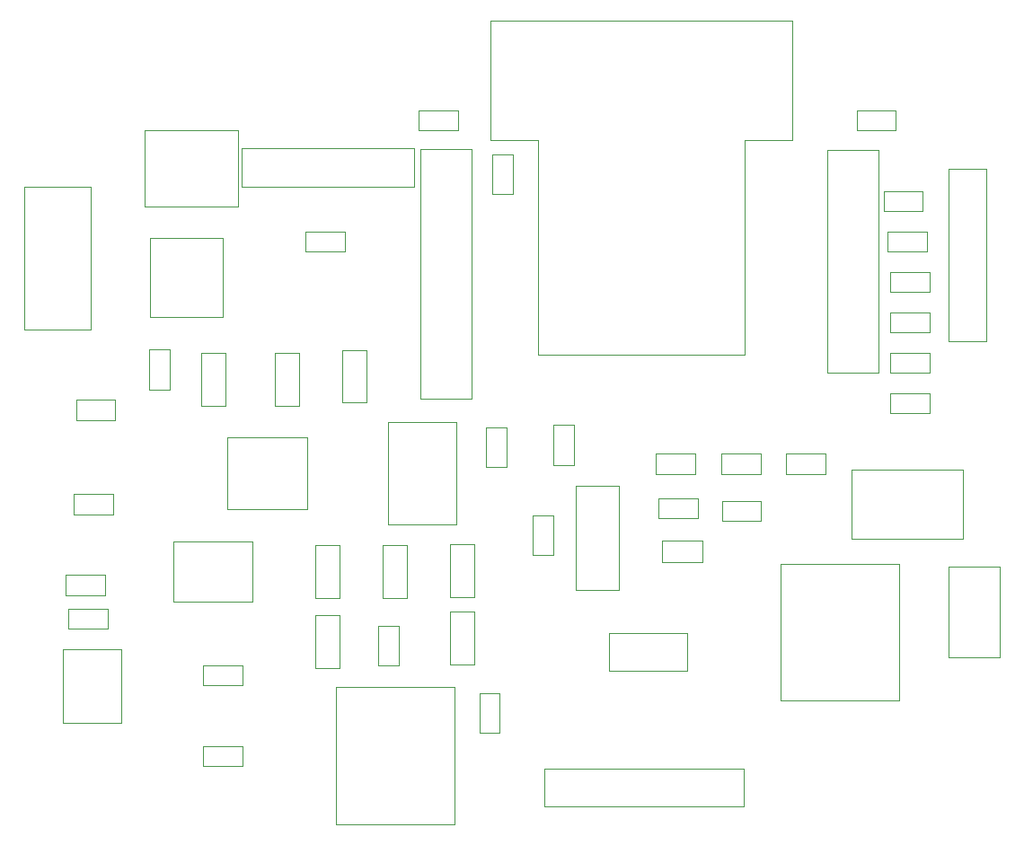
<source format=gbr>
G04 #@! TF.GenerationSoftware,KiCad,Pcbnew,(6.0.4)*
G04 #@! TF.CreationDate,2022-05-21T11:57:55-05:00*
G04 #@! TF.ProjectId,REEL,5245454c-2e6b-4696-9361-645f70636258,rev?*
G04 #@! TF.SameCoordinates,Original*
G04 #@! TF.FileFunction,Other,User*
%FSLAX46Y46*%
G04 Gerber Fmt 4.6, Leading zero omitted, Abs format (unit mm)*
G04 Created by KiCad (PCBNEW (6.0.4)) date 2022-05-21 11:57:55*
%MOMM*%
%LPD*%
G01*
G04 APERTURE LIST*
%ADD10C,0.050000*%
G04 APERTURE END LIST*
D10*
X61475000Y-87862500D02*
X59175000Y-87862500D01*
X59175000Y-82902500D02*
X61475000Y-82902500D01*
X59175000Y-87862500D02*
X59175000Y-82902500D01*
X61475000Y-82902500D02*
X61475000Y-87862500D01*
X77985000Y-105887500D02*
X75685000Y-105887500D01*
X75685000Y-100927500D02*
X77985000Y-100927500D01*
X75685000Y-105887500D02*
X75685000Y-100927500D01*
X77985000Y-100927500D02*
X77985000Y-105887500D01*
X75685000Y-107277500D02*
X77985000Y-107277500D01*
X77985000Y-112237500D02*
X75685000Y-112237500D01*
X77985000Y-107277500D02*
X77985000Y-112237500D01*
X75685000Y-112237500D02*
X75685000Y-107277500D01*
X54490000Y-87862500D02*
X52190000Y-87862500D01*
X52190000Y-82902500D02*
X54490000Y-82902500D01*
X52190000Y-87862500D02*
X52190000Y-82902500D01*
X54490000Y-82902500D02*
X54490000Y-87862500D01*
X65285000Y-105985000D02*
X62985000Y-105985000D01*
X62985000Y-101025000D02*
X65285000Y-101025000D01*
X62985000Y-105985000D02*
X62985000Y-101025000D01*
X65285000Y-101025000D02*
X65285000Y-105985000D01*
X71635000Y-105985000D02*
X69335000Y-105985000D01*
X69335000Y-101025000D02*
X71635000Y-101025000D01*
X69335000Y-105985000D02*
X69335000Y-101025000D01*
X71635000Y-101025000D02*
X71635000Y-105985000D01*
X68870000Y-112387500D02*
X68870000Y-108627500D01*
X70830000Y-112387500D02*
X68870000Y-112387500D01*
X68870000Y-108627500D02*
X70830000Y-108627500D01*
X70830000Y-108627500D02*
X70830000Y-112387500D01*
X67825000Y-87570000D02*
X65525000Y-87570000D01*
X65525000Y-82610000D02*
X67825000Y-82610000D01*
X65525000Y-87570000D02*
X65525000Y-82610000D01*
X67825000Y-82610000D02*
X67825000Y-87570000D01*
X49240000Y-82575000D02*
X49240000Y-86335000D01*
X47280000Y-82575000D02*
X49240000Y-82575000D01*
X49240000Y-86335000D02*
X47280000Y-86335000D01*
X47280000Y-86335000D02*
X47280000Y-82575000D01*
X65285000Y-112580000D02*
X62985000Y-112580000D01*
X62985000Y-107620000D02*
X65285000Y-107620000D01*
X62985000Y-112580000D02*
X62985000Y-107620000D01*
X65285000Y-107620000D02*
X65285000Y-112580000D01*
X52417500Y-112325000D02*
X56117500Y-112325000D01*
X56117500Y-114225000D02*
X52417500Y-114225000D01*
X52417500Y-114225000D02*
X52417500Y-112325000D01*
X56117500Y-112325000D02*
X56117500Y-114225000D01*
X56117500Y-121845000D02*
X52417500Y-121845000D01*
X52417500Y-119945000D02*
X56117500Y-119945000D01*
X56117500Y-119945000D02*
X56117500Y-121845000D01*
X52417500Y-121845000D02*
X52417500Y-119945000D01*
X43902500Y-98105000D02*
X40202500Y-98105000D01*
X40202500Y-96205000D02*
X43902500Y-96205000D01*
X43902500Y-96205000D02*
X43902500Y-98105000D01*
X40202500Y-98105000D02*
X40202500Y-96205000D01*
X44102500Y-89215000D02*
X40402500Y-89215000D01*
X40402500Y-87315000D02*
X44102500Y-87315000D01*
X44102500Y-87315000D02*
X44102500Y-89215000D01*
X40402500Y-89215000D02*
X40402500Y-87315000D01*
X85380000Y-93452500D02*
X85380000Y-89692500D01*
X85380000Y-89692500D02*
X87340000Y-89692500D01*
X87340000Y-93452500D02*
X85380000Y-93452500D01*
X87340000Y-89692500D02*
X87340000Y-93452500D01*
X46857600Y-69095200D02*
X55657600Y-69095200D01*
X55657600Y-69095200D02*
X55657600Y-61895200D01*
X55657600Y-61895200D02*
X46857600Y-61895200D01*
X46857600Y-61895200D02*
X46857600Y-69095200D01*
X76415000Y-61910000D02*
X72715000Y-61910000D01*
X76415000Y-60010000D02*
X76415000Y-61910000D01*
X72715000Y-61910000D02*
X72715000Y-60010000D01*
X72715000Y-60010000D02*
X76415000Y-60010000D01*
X99005000Y-96570000D02*
X99005000Y-98470000D01*
X95305000Y-96570000D02*
X99005000Y-96570000D01*
X99005000Y-98470000D02*
X95305000Y-98470000D01*
X95305000Y-98470000D02*
X95305000Y-96570000D01*
X106800000Y-102750000D02*
X106800000Y-115690000D01*
X117990000Y-115690000D02*
X117990000Y-102750000D01*
X106800000Y-102750000D02*
X117990000Y-102750000D01*
X117990000Y-115690000D02*
X106800000Y-115690000D01*
X84560000Y-122075000D02*
X103360000Y-122075000D01*
X84560000Y-125625000D02*
X84560000Y-122075000D01*
X103360000Y-122075000D02*
X103360000Y-125625000D01*
X103360000Y-125625000D02*
X84560000Y-125625000D01*
X104990000Y-96840000D02*
X104990000Y-98740000D01*
X104990000Y-98740000D02*
X101290000Y-98740000D01*
X101290000Y-96840000D02*
X104990000Y-96840000D01*
X101290000Y-98740000D02*
X101290000Y-96840000D01*
X111070000Y-92395000D02*
X111070000Y-94295000D01*
X107370000Y-94295000D02*
X107370000Y-92395000D01*
X111070000Y-94295000D02*
X107370000Y-94295000D01*
X107370000Y-92395000D02*
X111070000Y-92395000D01*
X72285000Y-67205000D02*
X72285000Y-63605000D01*
X72285000Y-63605000D02*
X55985000Y-63605000D01*
X55985000Y-67205000D02*
X72285000Y-67205000D01*
X55985000Y-63605000D02*
X55985000Y-67205000D01*
X97975200Y-112823400D02*
X90675200Y-112823400D01*
X97975200Y-109273400D02*
X97975200Y-112823400D01*
X90675200Y-112823400D02*
X90675200Y-109273400D01*
X90675200Y-109273400D02*
X97975200Y-109273400D01*
X83475000Y-101977500D02*
X83475000Y-98217500D01*
X85435000Y-101977500D02*
X83475000Y-101977500D01*
X85435000Y-98217500D02*
X85435000Y-101977500D01*
X83475000Y-98217500D02*
X85435000Y-98217500D01*
X101222500Y-94325000D02*
X101222500Y-92365000D01*
X104982500Y-94325000D02*
X101222500Y-94325000D01*
X101222500Y-92365000D02*
X104982500Y-92365000D01*
X104982500Y-92365000D02*
X104982500Y-94325000D01*
X39670000Y-108900000D02*
X39670000Y-107000000D01*
X43370000Y-108900000D02*
X39670000Y-108900000D01*
X43370000Y-107000000D02*
X43370000Y-108900000D01*
X39670000Y-107000000D02*
X43370000Y-107000000D01*
X65715000Y-73340000D02*
X62015000Y-73340000D01*
X62015000Y-71440000D02*
X65715000Y-71440000D01*
X65715000Y-71440000D02*
X65715000Y-73340000D01*
X62015000Y-73340000D02*
X62015000Y-71440000D01*
X39425000Y-103825000D02*
X43125000Y-103825000D01*
X43125000Y-105725000D02*
X39425000Y-105725000D01*
X39425000Y-105725000D02*
X39425000Y-103825000D01*
X43125000Y-103825000D02*
X43125000Y-105725000D01*
X64890000Y-114425000D02*
X64890000Y-127365000D01*
X64890000Y-114425000D02*
X76080000Y-114425000D01*
X76080000Y-127365000D02*
X64890000Y-127365000D01*
X76080000Y-127365000D02*
X76080000Y-114425000D01*
X81625000Y-67920000D02*
X79665000Y-67920000D01*
X81625000Y-64160000D02*
X81625000Y-67920000D01*
X79665000Y-67920000D02*
X79665000Y-64160000D01*
X79665000Y-64160000D02*
X81625000Y-64160000D01*
X72865000Y-63675000D02*
X72865000Y-87175000D01*
X72865000Y-87175000D02*
X77665000Y-87175000D01*
X77665000Y-63675000D02*
X72865000Y-63675000D01*
X77665000Y-87175000D02*
X77665000Y-63675000D01*
X79060000Y-89955000D02*
X80960000Y-89955000D01*
X79060000Y-93655000D02*
X79060000Y-89955000D01*
X80960000Y-93655000D02*
X79060000Y-93655000D01*
X80960000Y-89955000D02*
X80960000Y-93655000D01*
X116065000Y-84795000D02*
X116065000Y-63795000D01*
X111265000Y-63795000D02*
X111265000Y-84795000D01*
X111265000Y-84795000D02*
X116065000Y-84795000D01*
X116065000Y-63795000D02*
X111265000Y-63795000D01*
X117165000Y-86680000D02*
X120865000Y-86680000D01*
X120865000Y-86680000D02*
X120865000Y-88580000D01*
X120865000Y-88580000D02*
X117165000Y-88580000D01*
X117165000Y-88580000D02*
X117165000Y-86680000D01*
X80325000Y-114990000D02*
X80325000Y-118690000D01*
X78425000Y-114990000D02*
X80325000Y-114990000D01*
X78425000Y-118690000D02*
X78425000Y-114990000D01*
X80325000Y-118690000D02*
X78425000Y-118690000D01*
X123995000Y-93905000D02*
X123995000Y-100405000D01*
X123995000Y-100405000D02*
X113495000Y-100405000D01*
X113495000Y-100405000D02*
X113495000Y-93905000D01*
X113495000Y-93905000D02*
X123995000Y-93905000D01*
X120865000Y-77150000D02*
X117165000Y-77150000D01*
X117165000Y-75250000D02*
X120865000Y-75250000D01*
X117165000Y-77150000D02*
X117165000Y-75250000D01*
X120865000Y-75250000D02*
X120865000Y-77150000D01*
X79448800Y-51522000D02*
X79448800Y-62802000D01*
X79448800Y-51522000D02*
X107948800Y-51522000D01*
X79448800Y-62802000D02*
X83948800Y-62802000D01*
X83948800Y-83022000D02*
X83948800Y-62802000D01*
X107948800Y-51522000D02*
X107948800Y-62802000D01*
X103448800Y-62802000D02*
X107948800Y-62802000D01*
X83948800Y-83022000D02*
X103448800Y-83022000D01*
X103448800Y-62802000D02*
X103448800Y-83022000D01*
X54670000Y-97625000D02*
X62170000Y-97625000D01*
X62170000Y-90825000D02*
X54670000Y-90825000D01*
X62170000Y-97625000D02*
X62170000Y-90825000D01*
X54670000Y-90825000D02*
X54670000Y-97625000D01*
X116895000Y-73340000D02*
X116895000Y-71440000D01*
X120595000Y-71440000D02*
X120595000Y-73340000D01*
X116895000Y-71440000D02*
X120595000Y-71440000D01*
X120595000Y-73340000D02*
X116895000Y-73340000D01*
X126235000Y-81785000D02*
X122685000Y-81785000D01*
X122685000Y-81785000D02*
X122685000Y-65535000D01*
X126235000Y-65535000D02*
X126235000Y-81785000D01*
X122685000Y-65535000D02*
X126235000Y-65535000D01*
X95677500Y-100620000D02*
X99437500Y-100620000D01*
X95677500Y-102580000D02*
X95677500Y-100620000D01*
X99437500Y-100620000D02*
X99437500Y-102580000D01*
X99437500Y-102580000D02*
X95677500Y-102580000D01*
X57065000Y-100705000D02*
X57065000Y-106305000D01*
X57065000Y-106305000D02*
X49615000Y-106305000D01*
X49615000Y-100705000D02*
X57065000Y-100705000D01*
X49615000Y-106305000D02*
X49615000Y-100705000D01*
X127495000Y-103065000D02*
X122695000Y-103065000D01*
X122695000Y-111565000D02*
X127495000Y-111565000D01*
X122695000Y-103065000D02*
X122695000Y-111565000D01*
X127495000Y-111565000D02*
X127495000Y-103065000D01*
X35570000Y-67215000D02*
X41770000Y-67215000D01*
X35570000Y-80715000D02*
X35570000Y-67215000D01*
X41770000Y-67215000D02*
X41770000Y-80715000D01*
X41770000Y-80715000D02*
X35570000Y-80715000D01*
X69822500Y-99050000D02*
X76227500Y-99050000D01*
X76227500Y-89400000D02*
X69822500Y-89400000D01*
X69822500Y-89400000D02*
X69822500Y-99050000D01*
X76227500Y-99050000D02*
X76227500Y-89400000D01*
X120865000Y-80960000D02*
X117165000Y-80960000D01*
X117165000Y-79060000D02*
X120865000Y-79060000D01*
X117165000Y-80960000D02*
X117165000Y-79060000D01*
X120865000Y-79060000D02*
X120865000Y-80960000D01*
X120865000Y-82870000D02*
X120865000Y-84770000D01*
X117165000Y-82870000D02*
X120865000Y-82870000D01*
X120865000Y-84770000D02*
X117165000Y-84770000D01*
X117165000Y-84770000D02*
X117165000Y-82870000D01*
X44660000Y-110850000D02*
X39160000Y-110850000D01*
X44660000Y-117750000D02*
X44660000Y-110850000D01*
X39160000Y-110850000D02*
X39160000Y-117750000D01*
X39160000Y-117750000D02*
X44660000Y-117750000D01*
X98735000Y-94295000D02*
X95035000Y-94295000D01*
X98735000Y-92395000D02*
X98735000Y-94295000D01*
X95035000Y-92395000D02*
X98735000Y-92395000D01*
X95035000Y-94295000D02*
X95035000Y-92395000D01*
X113990000Y-61910000D02*
X113990000Y-60010000D01*
X113990000Y-60010000D02*
X117690000Y-60010000D01*
X117690000Y-60010000D02*
X117690000Y-61910000D01*
X117690000Y-61910000D02*
X113990000Y-61910000D01*
X120230000Y-67630000D02*
X120230000Y-69530000D01*
X120230000Y-69530000D02*
X116530000Y-69530000D01*
X116530000Y-69530000D02*
X116530000Y-67630000D01*
X116530000Y-67630000D02*
X120230000Y-67630000D01*
X47400000Y-72025000D02*
X47400000Y-79525000D01*
X54200000Y-72025000D02*
X47400000Y-72025000D01*
X47400000Y-79525000D02*
X54200000Y-79525000D01*
X54200000Y-79525000D02*
X54200000Y-72025000D01*
X91585000Y-105230000D02*
X87485000Y-105230000D01*
X91585000Y-95430000D02*
X91585000Y-105230000D01*
X87485000Y-105230000D02*
X87485000Y-95430000D01*
X87485000Y-95430000D02*
X91585000Y-95430000D01*
M02*

</source>
